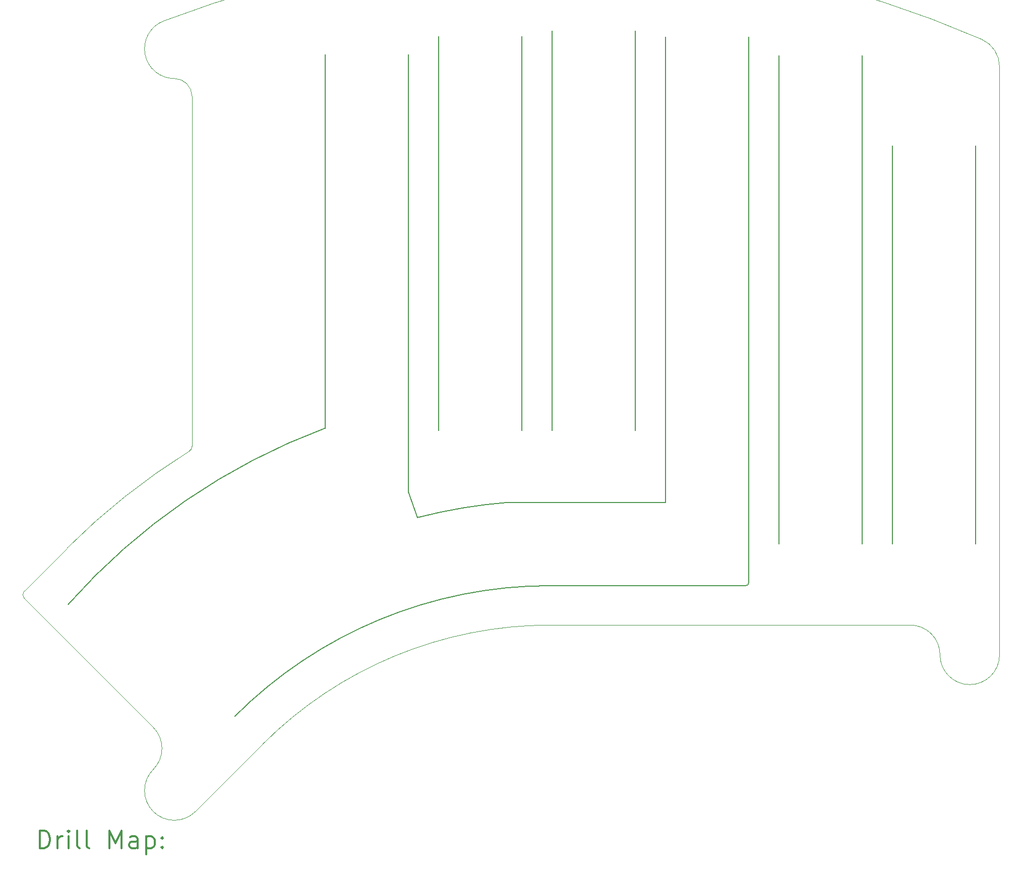
<source format=gbr>
%FSLAX45Y45*%
G04 Gerber Fmt 4.5, Leading zero omitted, Abs format (unit mm)*
G04 Created by KiCad (PCBNEW 5.1.12-84ad8e8a86~92~ubuntu20.04.1) date 2021-11-17 00:52:02*
%MOMM*%
%LPD*%
G01*
G04 APERTURE LIST*
%TA.AperFunction,Profile*%
%ADD10C,0.150000*%
%TD*%
%TA.AperFunction,Profile*%
%ADD11C,0.120000*%
%TD*%
%TA.AperFunction,Profile*%
%ADD12C,0.100000*%
%TD*%
%ADD13C,0.200000*%
%ADD14C,0.300000*%
G04 APERTURE END LIST*
D10*
X13795000Y-10934236D02*
X13944459Y-11368295D01*
X8083067Y-12824970D02*
X8085428Y-12827590D01*
X8083067Y-12824970D02*
G75*
G02*
X12395000Y-9866650I8092971J-7174390D01*
G01*
X15476000Y-11112000D02*
X18110000Y-11112000D01*
X19510000Y-12462000D02*
G75*
G02*
X19460000Y-12512000I-50000J0D01*
G01*
X13944459Y-11368296D02*
G75*
G02*
X15476000Y-11112000I2231579J-8631064D01*
G01*
X16176000Y-12512000D02*
X19460000Y-12512000D01*
X10881874Y-14704798D02*
G75*
G02*
X16176000Y-12512000I5294164J-5294562D01*
G01*
X12395000Y-3586000D02*
X12395000Y-9866650D01*
X13795000Y-10934236D02*
X13795000Y-3586000D01*
X14300000Y-3286000D02*
X14300000Y-9905000D01*
X15700000Y-9905000D02*
X15700000Y-3286000D01*
X16205000Y-3190000D02*
X16205000Y-9907000D01*
X17605000Y-9907000D02*
X17605000Y-3190000D01*
X18110000Y-3294000D02*
X18110000Y-11112000D01*
X19510000Y-12462000D02*
X19510000Y-3294000D01*
X20015000Y-3602000D02*
X20015000Y-11812000D01*
X21415000Y-11812000D02*
X21415000Y-3602000D01*
X21920000Y-5120000D02*
X21920000Y-11812000D01*
X23320000Y-11812000D02*
X23320000Y-5120000D01*
D11*
X7352485Y-12734402D02*
G75*
G02*
X7352485Y-12592980I70711J70711D01*
G01*
D12*
X9510337Y-14892253D02*
G75*
G02*
X9510337Y-15599360I-353553J-353553D01*
G01*
X10217443Y-16306467D02*
G75*
G02*
X9510337Y-15599360I-353553J353553D01*
G01*
X9864130Y-3993217D02*
G75*
G02*
X10161490Y-4290577I0J-297360D01*
G01*
X9864130Y-3993217D02*
G75*
G02*
X9685297Y-3026200I-240J500000D01*
G01*
X22222038Y-13174000D02*
G75*
G02*
X22722038Y-13674000I0J-500000D01*
G01*
X23722038Y-13674000D02*
G75*
G02*
X22722038Y-13674000I-500000J0D01*
G01*
X10161490Y-10169693D02*
G75*
G02*
X10114309Y-10254577I-100000J29D01*
G01*
X10161490Y-4290577D02*
X10161490Y-10169693D01*
X23421413Y-3334354D02*
G75*
G02*
X23722038Y-3792884I-199375J-458530D01*
G01*
X9685297Y-3026200D02*
G75*
G02*
X23421413Y-3334354I6490741J-16973160D01*
G01*
X8061271Y-11884194D02*
G75*
G02*
X10114309Y-10254577I8114767J-8115166D01*
G01*
X7352485Y-12592980D02*
X8061271Y-11884194D01*
X9510337Y-14892253D02*
X7352485Y-12734402D01*
X11350034Y-15173356D02*
X10217443Y-16306467D01*
X11350034Y-15173356D02*
G75*
G02*
X16176038Y-13174360I4826004J-4826004D01*
G01*
X16176038Y-13174360D02*
X22222038Y-13174000D01*
X23722038Y-3792884D02*
X23722038Y-13674000D01*
D13*
D14*
X7603624Y-16923628D02*
X7603624Y-16623628D01*
X7675052Y-16623628D01*
X7717910Y-16637914D01*
X7746481Y-16666485D01*
X7760767Y-16695057D01*
X7775052Y-16752199D01*
X7775052Y-16795057D01*
X7760767Y-16852200D01*
X7746481Y-16880771D01*
X7717910Y-16909342D01*
X7675052Y-16923628D01*
X7603624Y-16923628D01*
X7903624Y-16923628D02*
X7903624Y-16723628D01*
X7903624Y-16780771D02*
X7917910Y-16752199D01*
X7932195Y-16737914D01*
X7960767Y-16723628D01*
X7989338Y-16723628D01*
X8089338Y-16923628D02*
X8089338Y-16723628D01*
X8089338Y-16623628D02*
X8075052Y-16637914D01*
X8089338Y-16652199D01*
X8103624Y-16637914D01*
X8089338Y-16623628D01*
X8089338Y-16652199D01*
X8275052Y-16923628D02*
X8246481Y-16909342D01*
X8232195Y-16880771D01*
X8232195Y-16623628D01*
X8432195Y-16923628D02*
X8403624Y-16909342D01*
X8389338Y-16880771D01*
X8389338Y-16623628D01*
X8775053Y-16923628D02*
X8775053Y-16623628D01*
X8875053Y-16837914D01*
X8975053Y-16623628D01*
X8975053Y-16923628D01*
X9246481Y-16923628D02*
X9246481Y-16766485D01*
X9232195Y-16737914D01*
X9203624Y-16723628D01*
X9146481Y-16723628D01*
X9117910Y-16737914D01*
X9246481Y-16909342D02*
X9217910Y-16923628D01*
X9146481Y-16923628D01*
X9117910Y-16909342D01*
X9103624Y-16880771D01*
X9103624Y-16852200D01*
X9117910Y-16823628D01*
X9146481Y-16809342D01*
X9217910Y-16809342D01*
X9246481Y-16795057D01*
X9389338Y-16723628D02*
X9389338Y-17023628D01*
X9389338Y-16737914D02*
X9417910Y-16723628D01*
X9475053Y-16723628D01*
X9503624Y-16737914D01*
X9517910Y-16752199D01*
X9532195Y-16780771D01*
X9532195Y-16866485D01*
X9517910Y-16895057D01*
X9503624Y-16909342D01*
X9475053Y-16923628D01*
X9417910Y-16923628D01*
X9389338Y-16909342D01*
X9660767Y-16895057D02*
X9675053Y-16909342D01*
X9660767Y-16923628D01*
X9646481Y-16909342D01*
X9660767Y-16895057D01*
X9660767Y-16923628D01*
X9660767Y-16737914D02*
X9675053Y-16752199D01*
X9660767Y-16766485D01*
X9646481Y-16752199D01*
X9660767Y-16737914D01*
X9660767Y-16766485D01*
M02*

</source>
